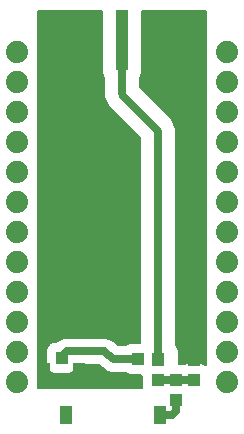
<source format=gtl>
G75*
G70*
%OFA0B0*%
%FSLAX24Y24*%
%IPPOS*%
%LPD*%
%AMOC8*
5,1,8,0,0,1.08239X$1,22.5*
%
%ADD10C,0.0740*%
%ADD11R,0.0394X0.0433*%
%ADD12R,0.0413X0.0866*%
%ADD13R,0.0394X0.0413*%
%ADD14R,0.0433X0.0394*%
%ADD15R,0.0394X0.0591*%
%ADD16R,0.0400X0.2000*%
%ADD17R,0.1500X0.2000*%
%ADD18C,0.0278*%
%ADD19C,0.0060*%
%ADD20C,0.0250*%
%ADD21C,0.0160*%
%ADD22C,0.0230*%
D10*
X001487Y001833D03*
X001487Y002833D03*
X001487Y003833D03*
X001487Y004833D03*
X001487Y005833D03*
X001487Y006833D03*
X001487Y007833D03*
X001487Y008833D03*
X001487Y009833D03*
X001487Y010833D03*
X001487Y011833D03*
X001487Y012833D03*
X008487Y012833D03*
X008487Y011833D03*
X008487Y010833D03*
X008487Y009833D03*
X008487Y008833D03*
X008487Y007833D03*
X008487Y006833D03*
X008487Y005833D03*
X008487Y004833D03*
X008487Y003833D03*
X008487Y002833D03*
X008487Y001833D03*
D11*
X007387Y001898D03*
X007387Y002568D03*
X006787Y001888D03*
X006787Y001218D03*
X006187Y001898D03*
X006187Y002568D03*
D12*
X003567Y002033D03*
X002406Y002033D03*
D13*
X002987Y002634D03*
D14*
X005512Y002593D03*
X006181Y002593D03*
D15*
X006261Y000733D03*
X003112Y000733D03*
D16*
X004987Y013233D03*
D17*
X006537Y013233D03*
X003437Y013233D03*
D18*
X003987Y011833D03*
X004437Y010833D03*
X005187Y009833D03*
X005187Y008833D03*
X005187Y007833D03*
X005187Y006833D03*
X005187Y005833D03*
X005187Y004833D03*
X005187Y003833D03*
X005487Y001833D03*
X004237Y001833D03*
X003817Y003633D03*
X002987Y001833D03*
X002307Y003013D03*
X002437Y003833D03*
X002437Y004833D03*
X002437Y005833D03*
X002437Y006833D03*
X002437Y007833D03*
X002437Y008833D03*
X002437Y009833D03*
X002437Y010833D03*
X002437Y011833D03*
X002437Y012833D03*
X002437Y013833D03*
X005987Y011833D03*
X006887Y010833D03*
X007087Y009833D03*
X007537Y009833D03*
X007537Y010833D03*
X007537Y011833D03*
X007537Y012833D03*
X007537Y013833D03*
X007537Y008833D03*
X007087Y008833D03*
X007087Y007833D03*
X007537Y007833D03*
X007537Y006833D03*
X007087Y006833D03*
X007087Y005833D03*
X007537Y005833D03*
X007537Y004833D03*
X007087Y004833D03*
X007087Y003833D03*
X007327Y003133D03*
X007537Y003833D03*
D19*
X007788Y003849D02*
X006792Y003849D01*
X006792Y003907D02*
X007788Y003907D01*
X007789Y003966D02*
X006792Y003966D01*
X006792Y004024D02*
X007789Y004024D01*
X007789Y004083D02*
X006792Y004083D01*
X006792Y004141D02*
X007789Y004141D01*
X007789Y004200D02*
X006792Y004200D01*
X006792Y004258D02*
X007789Y004258D01*
X007789Y004317D02*
X006792Y004317D01*
X006792Y004375D02*
X007789Y004375D01*
X007789Y004434D02*
X006792Y004434D01*
X006792Y004492D02*
X007789Y004492D01*
X007789Y004551D02*
X006792Y004551D01*
X006792Y004609D02*
X007789Y004609D01*
X007789Y004668D02*
X006792Y004668D01*
X006792Y004726D02*
X007789Y004726D01*
X007789Y004785D02*
X006792Y004785D01*
X006792Y004843D02*
X007789Y004843D01*
X007789Y004902D02*
X006792Y004902D01*
X006792Y004960D02*
X007789Y004960D01*
X007789Y005019D02*
X006792Y005019D01*
X006792Y005077D02*
X007789Y005077D01*
X007789Y005136D02*
X006792Y005136D01*
X006792Y005194D02*
X007789Y005194D01*
X007790Y005253D02*
X006792Y005253D01*
X006792Y005311D02*
X007790Y005311D01*
X007790Y005370D02*
X006792Y005370D01*
X006792Y005428D02*
X007790Y005428D01*
X007790Y005487D02*
X006792Y005487D01*
X006792Y005545D02*
X007790Y005545D01*
X007790Y005604D02*
X006792Y005604D01*
X006792Y005662D02*
X007790Y005662D01*
X007790Y005721D02*
X006792Y005721D01*
X006792Y005779D02*
X007790Y005779D01*
X007790Y005838D02*
X006792Y005838D01*
X006792Y005896D02*
X007790Y005896D01*
X007790Y005955D02*
X006792Y005955D01*
X006792Y006013D02*
X007790Y006013D01*
X007790Y006072D02*
X006792Y006072D01*
X006792Y006130D02*
X007790Y006130D01*
X007790Y006189D02*
X006792Y006189D01*
X006792Y006247D02*
X007790Y006247D01*
X007790Y006306D02*
X006792Y006306D01*
X006792Y006364D02*
X007790Y006364D01*
X007790Y006423D02*
X006792Y006423D01*
X006792Y006481D02*
X007790Y006481D01*
X007791Y006540D02*
X006792Y006540D01*
X006792Y006598D02*
X007791Y006598D01*
X007791Y006657D02*
X006792Y006657D01*
X006792Y006715D02*
X007791Y006715D01*
X007791Y006774D02*
X006792Y006774D01*
X006792Y006832D02*
X007791Y006832D01*
X007791Y006891D02*
X006792Y006891D01*
X006792Y006949D02*
X007791Y006949D01*
X007791Y007008D02*
X006792Y007008D01*
X006792Y007066D02*
X007791Y007066D01*
X007791Y007125D02*
X006792Y007125D01*
X006792Y007183D02*
X007791Y007183D01*
X007791Y007242D02*
X006792Y007242D01*
X006792Y007300D02*
X007791Y007300D01*
X007791Y007359D02*
X006792Y007359D01*
X006792Y007417D02*
X007791Y007417D01*
X007791Y007476D02*
X006792Y007476D01*
X006792Y007534D02*
X007791Y007534D01*
X007791Y007593D02*
X006792Y007593D01*
X006792Y007651D02*
X007791Y007651D01*
X007791Y007710D02*
X006792Y007710D01*
X006792Y007768D02*
X007792Y007768D01*
X007792Y007827D02*
X006792Y007827D01*
X006792Y007885D02*
X007792Y007885D01*
X007792Y007944D02*
X006792Y007944D01*
X006792Y008002D02*
X007792Y008002D01*
X007792Y008061D02*
X006792Y008061D01*
X006792Y008119D02*
X007792Y008119D01*
X007792Y008178D02*
X006792Y008178D01*
X006792Y008236D02*
X007792Y008236D01*
X007792Y008295D02*
X006792Y008295D01*
X006792Y008353D02*
X007792Y008353D01*
X007792Y008412D02*
X006792Y008412D01*
X006792Y008470D02*
X007792Y008470D01*
X007792Y008529D02*
X006792Y008529D01*
X006792Y008587D02*
X007792Y008587D01*
X007792Y008646D02*
X006792Y008646D01*
X006792Y008704D02*
X007792Y008704D01*
X007792Y008763D02*
X006792Y008763D01*
X006792Y008821D02*
X007792Y008821D01*
X007792Y008880D02*
X006792Y008880D01*
X006792Y008938D02*
X007792Y008938D01*
X007792Y008997D02*
X006792Y008997D01*
X006792Y009055D02*
X007793Y009055D01*
X007793Y009114D02*
X006792Y009114D01*
X006792Y009172D02*
X007793Y009172D01*
X007793Y009231D02*
X006792Y009231D01*
X006792Y009289D02*
X007793Y009289D01*
X007793Y009348D02*
X006792Y009348D01*
X006792Y009406D02*
X007793Y009406D01*
X007793Y009465D02*
X006792Y009465D01*
X006792Y009523D02*
X007793Y009523D01*
X007793Y009582D02*
X006792Y009582D01*
X006792Y009640D02*
X007793Y009640D01*
X007793Y009699D02*
X006792Y009699D01*
X006792Y009757D02*
X007793Y009757D01*
X007793Y009816D02*
X006792Y009816D01*
X006792Y009874D02*
X007793Y009874D01*
X007793Y009933D02*
X006792Y009933D01*
X006792Y009991D02*
X007793Y009991D01*
X007793Y010050D02*
X006792Y010050D01*
X006792Y010108D02*
X007793Y010108D01*
X007793Y010167D02*
X006792Y010167D01*
X006792Y010225D02*
X007793Y010225D01*
X007793Y010284D02*
X006787Y010284D01*
X006790Y010275D02*
X006700Y010494D01*
X006700Y010494D01*
X006663Y010582D01*
X005592Y011654D01*
X005592Y011959D01*
X005594Y011961D01*
X005667Y012138D01*
X005667Y014203D01*
X007797Y014203D01*
X007787Y002378D01*
X007770Y002395D01*
X007649Y002445D01*
X007124Y002445D01*
X007074Y002424D01*
X007049Y002434D01*
X006878Y002434D01*
X006878Y002885D01*
X006805Y003062D01*
X006792Y003075D01*
X006792Y010272D01*
X006790Y010275D01*
X006762Y010342D02*
X007794Y010342D01*
X007794Y010401D02*
X006738Y010401D01*
X006714Y010459D02*
X007794Y010459D01*
X007794Y010518D02*
X006690Y010518D01*
X006666Y010576D02*
X007794Y010576D01*
X007794Y010635D02*
X006611Y010635D01*
X006552Y010693D02*
X007794Y010693D01*
X007794Y010752D02*
X006494Y010752D01*
X006435Y010810D02*
X007794Y010810D01*
X007794Y010869D02*
X006377Y010869D01*
X006318Y010927D02*
X007794Y010927D01*
X007794Y010986D02*
X006260Y010986D01*
X006201Y011044D02*
X007794Y011044D01*
X007794Y011103D02*
X006143Y011103D01*
X006084Y011161D02*
X007794Y011161D01*
X007794Y011220D02*
X006026Y011220D01*
X005967Y011278D02*
X007794Y011278D01*
X007794Y011337D02*
X005909Y011337D01*
X005850Y011395D02*
X007794Y011395D01*
X007794Y011454D02*
X005792Y011454D01*
X005733Y011512D02*
X007794Y011512D01*
X007795Y011571D02*
X005675Y011571D01*
X005616Y011629D02*
X007795Y011629D01*
X007795Y011688D02*
X005592Y011688D01*
X005592Y011746D02*
X007795Y011746D01*
X007795Y011805D02*
X005592Y011805D01*
X005592Y011863D02*
X007795Y011863D01*
X007795Y011922D02*
X005592Y011922D01*
X005601Y011980D02*
X007795Y011980D01*
X007795Y012039D02*
X005626Y012039D01*
X005650Y012097D02*
X007795Y012097D01*
X007795Y012156D02*
X005667Y012156D01*
X005667Y012214D02*
X007795Y012214D01*
X007795Y012273D02*
X005667Y012273D01*
X005667Y012331D02*
X007795Y012331D01*
X007795Y012390D02*
X005667Y012390D01*
X005667Y012448D02*
X007795Y012448D01*
X007795Y012507D02*
X005667Y012507D01*
X005667Y012565D02*
X007795Y012565D01*
X007795Y012624D02*
X005667Y012624D01*
X005667Y012682D02*
X007795Y012682D01*
X007795Y012741D02*
X005667Y012741D01*
X005667Y012799D02*
X007795Y012799D01*
X007796Y012858D02*
X005667Y012858D01*
X005667Y012916D02*
X007796Y012916D01*
X007796Y012975D02*
X005667Y012975D01*
X005667Y013033D02*
X007796Y013033D01*
X007796Y013092D02*
X005667Y013092D01*
X005667Y013150D02*
X007796Y013150D01*
X007796Y013209D02*
X005667Y013209D01*
X005667Y013267D02*
X007796Y013267D01*
X007796Y013326D02*
X005667Y013326D01*
X005667Y013384D02*
X007796Y013384D01*
X007796Y013443D02*
X005667Y013443D01*
X005667Y013501D02*
X007796Y013501D01*
X007796Y013560D02*
X005667Y013560D01*
X005667Y013618D02*
X007796Y013618D01*
X007796Y013677D02*
X005667Y013677D01*
X005667Y013735D02*
X007796Y013735D01*
X007796Y013794D02*
X005667Y013794D01*
X005667Y013852D02*
X007796Y013852D01*
X007796Y013911D02*
X005667Y013911D01*
X005667Y013969D02*
X007796Y013969D01*
X007796Y014028D02*
X005667Y014028D01*
X005667Y014086D02*
X007796Y014086D01*
X007797Y014145D02*
X005667Y014145D01*
X004380Y011961D02*
X004382Y011959D01*
X004382Y011335D01*
X004474Y011112D01*
X004510Y011024D01*
X004678Y010856D01*
X004681Y010854D01*
X005582Y009952D01*
X005582Y003120D01*
X005230Y003120D01*
X005109Y003070D01*
X005087Y003048D01*
X004865Y003048D01*
X004721Y003192D01*
X004633Y003229D01*
X004465Y003298D01*
X003073Y003298D01*
X002915Y003233D01*
X002906Y003229D01*
X002817Y003192D01*
X002796Y003171D01*
X002724Y003171D01*
X002603Y003121D01*
X002510Y003028D01*
X002460Y002907D01*
X002460Y002362D01*
X002510Y002241D01*
X002603Y002148D01*
X002724Y002098D01*
X003249Y002098D01*
X003370Y002148D01*
X003463Y002241D01*
X003514Y002362D01*
X003514Y002388D01*
X004238Y002388D01*
X004382Y002244D01*
X004471Y002207D01*
X004638Y002138D01*
X005087Y002138D01*
X005109Y002116D01*
X005230Y002066D01*
X005596Y002066D01*
X005660Y002002D01*
X005660Y001633D01*
X002187Y001633D01*
X002197Y014203D01*
X004307Y014203D01*
X004307Y012138D01*
X004380Y011961D01*
X004372Y011980D02*
X002195Y011980D01*
X002195Y011922D02*
X004382Y011922D01*
X004382Y011863D02*
X002195Y011863D01*
X002195Y011805D02*
X004382Y011805D01*
X004382Y011746D02*
X002195Y011746D01*
X002195Y011688D02*
X004382Y011688D01*
X004382Y011629D02*
X002195Y011629D01*
X002195Y011571D02*
X004382Y011571D01*
X004382Y011512D02*
X002194Y011512D01*
X002194Y011454D02*
X004382Y011454D01*
X004382Y011395D02*
X002194Y011395D01*
X002194Y011337D02*
X004382Y011337D01*
X004405Y011278D02*
X002194Y011278D01*
X002194Y011220D02*
X004429Y011220D01*
X004453Y011161D02*
X002194Y011161D01*
X002194Y011103D02*
X004478Y011103D01*
X004474Y011112D02*
X004474Y011112D01*
X004502Y011044D02*
X002194Y011044D01*
X002194Y010986D02*
X004549Y010986D01*
X004607Y010927D02*
X002194Y010927D01*
X002194Y010869D02*
X004666Y010869D01*
X004724Y010810D02*
X002194Y010810D01*
X002194Y010752D02*
X004783Y010752D01*
X004841Y010693D02*
X002194Y010693D01*
X002194Y010635D02*
X004900Y010635D01*
X004958Y010576D02*
X002194Y010576D01*
X002194Y010518D02*
X005017Y010518D01*
X005075Y010459D02*
X002194Y010459D01*
X002194Y010401D02*
X005134Y010401D01*
X005192Y010342D02*
X002194Y010342D01*
X002193Y010284D02*
X005251Y010284D01*
X005309Y010225D02*
X002193Y010225D01*
X002193Y010167D02*
X005368Y010167D01*
X005426Y010108D02*
X002193Y010108D01*
X002193Y010050D02*
X005485Y010050D01*
X005543Y009991D02*
X002193Y009991D01*
X002193Y009933D02*
X005582Y009933D01*
X005582Y009874D02*
X002193Y009874D01*
X002193Y009816D02*
X005582Y009816D01*
X005582Y009757D02*
X002193Y009757D01*
X002193Y009699D02*
X005582Y009699D01*
X005582Y009640D02*
X002193Y009640D01*
X002193Y009582D02*
X005582Y009582D01*
X005582Y009523D02*
X002193Y009523D01*
X002193Y009465D02*
X005582Y009465D01*
X005582Y009406D02*
X002193Y009406D01*
X002193Y009348D02*
X005582Y009348D01*
X005582Y009289D02*
X002193Y009289D01*
X002193Y009231D02*
X005582Y009231D01*
X005582Y009172D02*
X002193Y009172D01*
X002193Y009114D02*
X005582Y009114D01*
X005582Y009055D02*
X002193Y009055D01*
X002192Y008997D02*
X005582Y008997D01*
X005582Y008938D02*
X002192Y008938D01*
X002192Y008880D02*
X005582Y008880D01*
X005582Y008821D02*
X002192Y008821D01*
X002192Y008763D02*
X005582Y008763D01*
X005582Y008704D02*
X002192Y008704D01*
X002192Y008646D02*
X005582Y008646D01*
X005582Y008587D02*
X002192Y008587D01*
X002192Y008529D02*
X005582Y008529D01*
X005582Y008470D02*
X002192Y008470D01*
X002192Y008412D02*
X005582Y008412D01*
X005582Y008353D02*
X002192Y008353D01*
X002192Y008295D02*
X005582Y008295D01*
X005582Y008236D02*
X002192Y008236D01*
X002192Y008178D02*
X005582Y008178D01*
X005582Y008119D02*
X002192Y008119D01*
X002192Y008061D02*
X005582Y008061D01*
X005582Y008002D02*
X002192Y008002D01*
X002192Y007944D02*
X005582Y007944D01*
X005582Y007885D02*
X002192Y007885D01*
X002192Y007827D02*
X005582Y007827D01*
X005582Y007768D02*
X002192Y007768D01*
X002191Y007710D02*
X005582Y007710D01*
X005582Y007651D02*
X002191Y007651D01*
X002191Y007593D02*
X005582Y007593D01*
X005582Y007534D02*
X002191Y007534D01*
X002191Y007476D02*
X005582Y007476D01*
X005582Y007417D02*
X002191Y007417D01*
X002191Y007359D02*
X005582Y007359D01*
X005582Y007300D02*
X002191Y007300D01*
X002191Y007242D02*
X005582Y007242D01*
X005582Y007183D02*
X002191Y007183D01*
X002191Y007125D02*
X005582Y007125D01*
X005582Y007066D02*
X002191Y007066D01*
X002191Y007008D02*
X005582Y007008D01*
X005582Y006949D02*
X002191Y006949D01*
X002191Y006891D02*
X005582Y006891D01*
X005582Y006832D02*
X002191Y006832D01*
X002191Y006774D02*
X005582Y006774D01*
X005582Y006715D02*
X002191Y006715D01*
X002191Y006657D02*
X005582Y006657D01*
X005582Y006598D02*
X002191Y006598D01*
X002191Y006540D02*
X005582Y006540D01*
X005582Y006481D02*
X002190Y006481D01*
X002190Y006423D02*
X005582Y006423D01*
X005582Y006364D02*
X002190Y006364D01*
X002190Y006306D02*
X005582Y006306D01*
X005582Y006247D02*
X002190Y006247D01*
X002190Y006189D02*
X005582Y006189D01*
X005582Y006130D02*
X002190Y006130D01*
X002190Y006072D02*
X005582Y006072D01*
X005582Y006013D02*
X002190Y006013D01*
X002190Y005955D02*
X005582Y005955D01*
X005582Y005896D02*
X002190Y005896D01*
X002190Y005838D02*
X005582Y005838D01*
X005582Y005779D02*
X002190Y005779D01*
X002190Y005721D02*
X005582Y005721D01*
X005582Y005662D02*
X002190Y005662D01*
X002190Y005604D02*
X005582Y005604D01*
X005582Y005545D02*
X002190Y005545D01*
X002190Y005487D02*
X005582Y005487D01*
X005582Y005428D02*
X002190Y005428D01*
X002190Y005370D02*
X005582Y005370D01*
X005582Y005311D02*
X002190Y005311D01*
X002190Y005253D02*
X005582Y005253D01*
X005582Y005194D02*
X002189Y005194D01*
X002189Y005136D02*
X005582Y005136D01*
X005582Y005077D02*
X002189Y005077D01*
X002189Y005019D02*
X005582Y005019D01*
X005582Y004960D02*
X002189Y004960D01*
X002189Y004902D02*
X005582Y004902D01*
X005582Y004843D02*
X002189Y004843D01*
X002189Y004785D02*
X005582Y004785D01*
X005582Y004726D02*
X002189Y004726D01*
X002189Y004668D02*
X005582Y004668D01*
X005582Y004609D02*
X002189Y004609D01*
X002189Y004551D02*
X005582Y004551D01*
X005582Y004492D02*
X002189Y004492D01*
X002189Y004434D02*
X005582Y004434D01*
X005582Y004375D02*
X002189Y004375D01*
X002189Y004317D02*
X005582Y004317D01*
X005582Y004258D02*
X002189Y004258D01*
X002189Y004200D02*
X005582Y004200D01*
X005582Y004141D02*
X002189Y004141D01*
X002189Y004083D02*
X005582Y004083D01*
X005582Y004024D02*
X002189Y004024D01*
X002189Y003966D02*
X005582Y003966D01*
X005582Y003907D02*
X002188Y003907D01*
X002188Y003849D02*
X005582Y003849D01*
X005582Y003790D02*
X002188Y003790D01*
X002188Y003732D02*
X005582Y003732D01*
X005582Y003673D02*
X002188Y003673D01*
X002188Y003615D02*
X005582Y003615D01*
X005582Y003556D02*
X002188Y003556D01*
X002188Y003498D02*
X005582Y003498D01*
X005582Y003439D02*
X002188Y003439D01*
X002188Y003381D02*
X005582Y003381D01*
X005582Y003322D02*
X002188Y003322D01*
X002188Y003264D02*
X002990Y003264D01*
X002848Y003205D02*
X002188Y003205D01*
X002188Y003147D02*
X002665Y003147D01*
X002570Y003088D02*
X002188Y003088D01*
X002188Y003030D02*
X002512Y003030D01*
X002486Y002971D02*
X002188Y002971D01*
X002188Y002913D02*
X002462Y002913D01*
X002460Y002854D02*
X002188Y002854D01*
X002188Y002796D02*
X002460Y002796D01*
X002460Y002737D02*
X002188Y002737D01*
X002187Y002679D02*
X002460Y002679D01*
X002460Y002620D02*
X002187Y002620D01*
X002187Y002562D02*
X002460Y002562D01*
X002460Y002503D02*
X002187Y002503D01*
X002187Y002445D02*
X002460Y002445D01*
X002460Y002386D02*
X002187Y002386D01*
X002187Y002328D02*
X002474Y002328D01*
X002498Y002269D02*
X002187Y002269D01*
X002187Y002211D02*
X002540Y002211D01*
X002599Y002152D02*
X002187Y002152D01*
X002187Y002094D02*
X005164Y002094D01*
X005627Y002035D02*
X002187Y002035D01*
X002187Y001977D02*
X005660Y001977D01*
X005660Y001918D02*
X002187Y001918D01*
X002187Y001860D02*
X005660Y001860D01*
X005660Y001801D02*
X002187Y001801D01*
X002187Y001743D02*
X005660Y001743D01*
X005660Y001684D02*
X002187Y001684D01*
X003375Y002152D02*
X004604Y002152D01*
X004471Y002207D02*
X004471Y002207D01*
X004463Y002211D02*
X003433Y002211D01*
X003475Y002269D02*
X004357Y002269D01*
X004299Y002328D02*
X003499Y002328D01*
X003514Y002386D02*
X004240Y002386D01*
X004633Y003229D02*
X004633Y003229D01*
X004690Y003205D02*
X005582Y003205D01*
X005582Y003147D02*
X004767Y003147D01*
X004825Y003088D02*
X005153Y003088D01*
X005582Y003264D02*
X004549Y003264D01*
X006792Y003264D02*
X007788Y003264D01*
X007788Y003322D02*
X006792Y003322D01*
X006792Y003381D02*
X007788Y003381D01*
X007788Y003439D02*
X006792Y003439D01*
X006792Y003498D02*
X007788Y003498D01*
X007788Y003556D02*
X006792Y003556D01*
X006792Y003615D02*
X007788Y003615D01*
X007788Y003673D02*
X006792Y003673D01*
X006792Y003732D02*
X007788Y003732D01*
X007788Y003790D02*
X006792Y003790D01*
X006792Y003205D02*
X007788Y003205D01*
X007788Y003147D02*
X006792Y003147D01*
X006792Y003088D02*
X007788Y003088D01*
X007788Y003030D02*
X006818Y003030D01*
X006842Y002971D02*
X007788Y002971D01*
X007788Y002913D02*
X006867Y002913D01*
X006878Y002854D02*
X007788Y002854D01*
X007788Y002796D02*
X006878Y002796D01*
X006878Y002737D02*
X007788Y002737D01*
X007787Y002679D02*
X006878Y002679D01*
X006878Y002620D02*
X007787Y002620D01*
X007787Y002562D02*
X006878Y002562D01*
X006878Y002503D02*
X007787Y002503D01*
X007787Y002445D02*
X007650Y002445D01*
X007779Y002386D02*
X007787Y002386D01*
X007123Y002445D02*
X006878Y002445D01*
X004348Y012039D02*
X002195Y012039D01*
X002195Y012097D02*
X004323Y012097D01*
X004307Y012156D02*
X002195Y012156D01*
X002195Y012214D02*
X004307Y012214D01*
X004307Y012273D02*
X002195Y012273D01*
X002195Y012331D02*
X004307Y012331D01*
X004307Y012390D02*
X002195Y012390D01*
X002195Y012448D02*
X004307Y012448D01*
X004307Y012507D02*
X002195Y012507D01*
X002195Y012565D02*
X004307Y012565D01*
X004307Y012624D02*
X002195Y012624D01*
X002195Y012682D02*
X004307Y012682D01*
X004307Y012741D02*
X002195Y012741D01*
X002195Y012799D02*
X004307Y012799D01*
X004307Y012858D02*
X002196Y012858D01*
X002196Y012916D02*
X004307Y012916D01*
X004307Y012975D02*
X002196Y012975D01*
X002196Y013033D02*
X004307Y013033D01*
X004307Y013092D02*
X002196Y013092D01*
X002196Y013150D02*
X004307Y013150D01*
X004307Y013209D02*
X002196Y013209D01*
X002196Y013267D02*
X004307Y013267D01*
X004307Y013326D02*
X002196Y013326D01*
X002196Y013384D02*
X004307Y013384D01*
X004307Y013443D02*
X002196Y013443D01*
X002196Y013501D02*
X004307Y013501D01*
X004307Y013560D02*
X002196Y013560D01*
X002196Y013618D02*
X004307Y013618D01*
X004307Y013677D02*
X002196Y013677D01*
X002196Y013735D02*
X004307Y013735D01*
X004307Y013794D02*
X002196Y013794D01*
X002196Y013852D02*
X004307Y013852D01*
X004307Y013911D02*
X002196Y013911D01*
X002196Y013969D02*
X004307Y013969D01*
X004307Y014028D02*
X002196Y014028D01*
X002196Y014086D02*
X004307Y014086D01*
X004307Y014145D02*
X002197Y014145D01*
D20*
X004987Y013233D02*
X004987Y011455D01*
X005023Y011366D01*
X006150Y010240D01*
X006187Y010151D01*
X006187Y002568D01*
X006181Y002593D02*
X006168Y002607D01*
X006187Y001898D02*
X006776Y001898D01*
X006787Y001888D01*
X007376Y001888D01*
X007387Y001898D01*
X006787Y001218D02*
X006787Y000858D01*
X006662Y000733D01*
X006261Y000733D01*
X005512Y002593D02*
X004728Y002593D01*
X004640Y002630D02*
X004463Y002806D01*
X004375Y002843D02*
X003163Y002843D01*
X003075Y002806D01*
D21*
X006181Y002593D02*
X006181Y002573D01*
X006187Y002568D01*
D22*
X004728Y002593D02*
X004640Y002630D01*
X004463Y002806D02*
X004375Y002843D01*
X003075Y002806D02*
X002987Y002718D01*
X002987Y002634D01*
M02*

</source>
